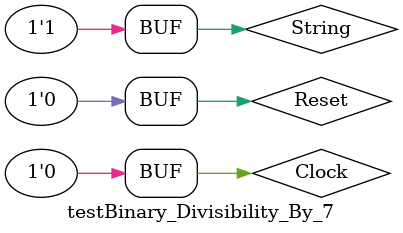
<source format=v>
`timescale 1ns / 1ps


module testBinary_Divisibility_By_7 (
    
);
    reg String, Clock, Reset;
    wire [2:0]  Remainder;
    wire Divisible;

    Binary_Divisibility_By_7 tester(.String(String), .Clock(Clock), .Reset(Reset), .Remainder(Remainder), .Divisible(Divisible));

	initial begin
        Clock = 0;
        repeat(200) begin
            #5 Clock = ~Clock;
        end
    end
    initial
		begin
            $monitor("%d	String = %b, Clock = %b, Reset = %b, Remainder = %b, Divisible = %b", $time, String, Clock, Reset, Remainder, Divisible);
            String = 0;
            Reset = 0;
            
            #10
            String = 0;
            Reset = 0;
            #10
            String = 0;
            Reset = 0;
            #10
            String = 0;
            Reset = 0;
            #10
            String = 0;
            Reset = 0;
            #10
            String = 1;
            Reset = 0;
            #10
            String = 1;
            Reset = 0;
            #10
            String = 0;
            Reset = 0;
            #10
            String = 1;
            Reset = 0;
            #10
            String = 1;
            Reset = 0;
            #10
            String = 1;
			Reset = 0;
            #10
            String = 0;
            Reset = 0;
            #10
            String = 0;
            Reset = 0;
            #10
            String = 0;
            Reset = 0;
            #10
            String = 0;
            Reset = 1;
            #10
            String = 1;
            Reset = 0;
            #10
            String = 1;
            Reset = 1;
            #10
            String = 0;
            Reset = 1;
            #10
            String = 1;
            Reset = 1;
            #10
            String = 1;
            Reset = 0;
            #10
            String = 1;
			Reset = 0;
		end
endmodule


</source>
